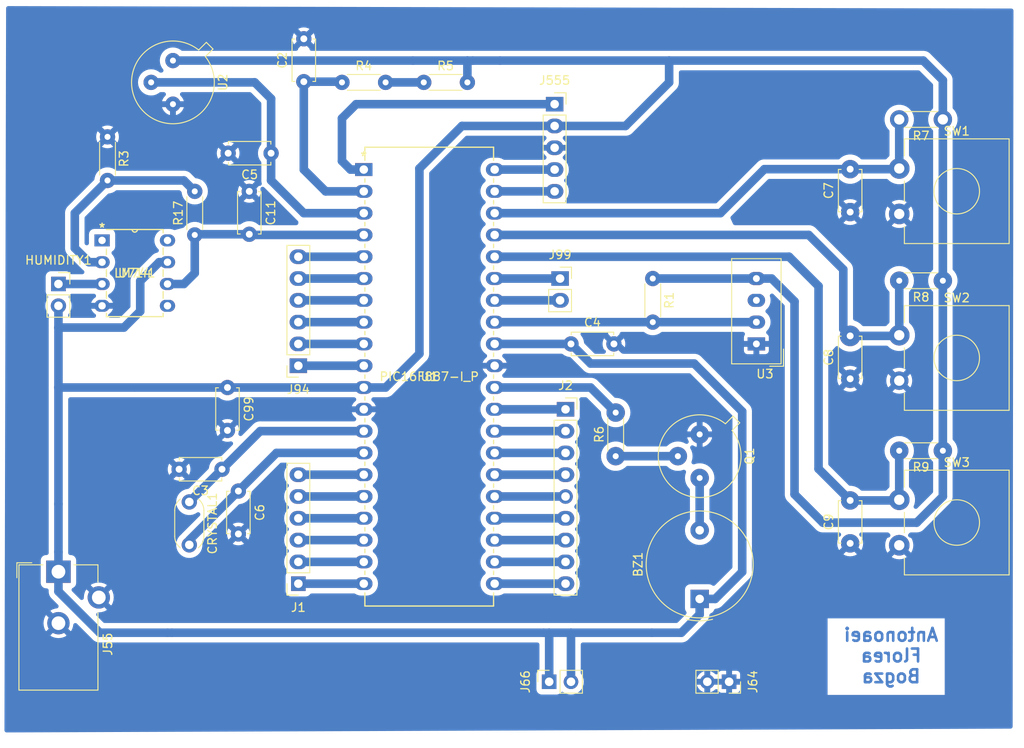
<source format=kicad_pcb>
(kicad_pcb (version 20171130) (host pcbnew "(5.1.0)-1")
  (layers (0 F.Cu signal) (31 B.Cu signal) (34 B.Paste user) (35 F.Paste user) (36 B.SilkS user) (37 F.SilkS user) (38 B.Mask user) (39 F.Mask user) (44 Edge.Cuts user))
  (net 0 "")
  (net 1 +5V)
  (net 2 "Net-(BZ1-Pad2)")
  (net 3 "Net-(C2-Pad1)")
  (net 4 GND)
  (net 5 "Net-(C3-Pad1)")
  (net 6 "Net-(C5-Pad1)")
  (net 7 "Net-(C6-Pad1)")
  (net 8 "Net-(C7-Pad2)")
  (net 9 "Net-(C8-Pad2)")
  (net 10 "Net-(C9-Pad2)")
  (net 11 "Net-(J94-Pad1)")
  (net 12 "Net-(J94-Pad2)")
  (net 13 "Net-(J94-Pad3)")
  (net 14 "Net-(J94-Pad4)")
  (net 15 "Net-(J94-Pad5)")
  (net 16 "Net-(J94-Pad6)")
  (net 17 "Net-(J99-Pad1)")
  (net 18 "Net-(J99-Pad2)")
  (net 19 "Net-(J555-Pad5)")
  (net 20 "Net-(J555-Pad4)")
  (net 21 "Net-(J555-Pad1)")
  (net 22 "Net-(Q1-Pad2)")
  (net 23 "Net-(R1-Pad2)")
  (net 24 "Net-(R4-Pad2)")
  (net 25 "Net-(R6-Pad2)")
  (net 26 "Net-(U3-Pad3)")
  (net 27 "Net-(U714-Pad1)")
  (net 28 "Net-(U714-Pad5)")
  (net 29 "Net-(U714-Pad8)")
  (net 30 "Net-(J1-Pad6)")
  (net 31 "Net-(J1-Pad5)")
  (net 32 "Net-(J1-Pad4)")
  (net 33 "Net-(J1-Pad3)")
  (net 34 "Net-(J1-Pad2)")
  (net 35 "Net-(J1-Pad1)")
  (net 36 "Net-(J2-Pad9)")
  (net 37 "Net-(J2-Pad8)")
  (net 38 "Net-(J2-Pad7)")
  (net 39 "Net-(J2-Pad6)")
  (net 40 "Net-(J2-Pad5)")
  (net 41 "Net-(J2-Pad4)")
  (net 42 "Net-(J2-Pad3)")
  (net 43 "Net-(J2-Pad2)")
  (net 44 "Net-(J2-Pad1)")
  (net 45 "Net-(C11-Pad2)")
  (net 46 "Net-(HUMIDITY1-Pad1)")
  (net 47 "Net-(R17-Pad2)")
  (module Connector_PinSocket_2.54mm:PinSocket_1x02_P2.54mm_Vertical (layer F.Cu) (at 179.705 137.795 270)
    (fp_text reference J64 (at 0 -2.77 270) (layer F.SilkS))
    (fp_text value Connector_PinSocke hide)
    (pad 2 thru_hole oval (at 0 2.54 270) (size 1.7 1.7) (drill 1) (layers *.Cu *.Mask) (net 4 GND))
    (pad 1 thru_hole rect (at 0 0 270) (size 1.7 1.7) (drill 1) (layers *.Cu *.Mask) (net 4 GND))
  )
  (module Connector_PinSocket_2.54mm:PinSocket_1x02_P2.54mm_Vertical (layer F.Cu) (at 158.75 137.795 90)
    (fp_text reference J66 (at 0 -2.77 90) (layer F.SilkS))
    (fp_text value Conn_01x02_Female)
    (pad 2 thru_hole oval (at 0 2.54 90) (size 1.7 1.7) (drill 1) (layers *.Cu *.Mask) (net 1 +5V))
    (pad 1 thru_hole rect (at 0 0 90) (size 1.7 1.7) (drill 1) (layers *.Cu *.Mask) (net 1 +5V))
  )
  (module Connector_BarrelJack:BarrelJack_CUI_PJ-102AH_Horizontal (layer F.Cu) (at 101.6 124.968)
    (fp_text reference J55 (at 5.75 8.45 90) (layer F.SilkS))
    (fp_text value Barrel_Jack_Switch)
    (pad 3 thru_hole circle (at 4.7 3) (size 2.6 2.6) (drill 1.6) (layers *.Cu *.Mask) (net 4 GND))
    (pad 2 thru_hole circle (at 0 6) (size 2.6 2.6) (drill 1.6) (layers *.Cu *.Mask) (net 4 GND))
    (pad 1 thru_hole trapezoid (at 0 0) (size 2.854 2.6) (drill 1.6) (layers *.Cu *.Mask) (net 1 +5V))
  )
  (module Button_Switch_THT:SW_CW_GPTS203211B (layer F.Cu) (at 199.517 77.978)
    (fp_text reference SW1 (at 6.7 -4.35) (layer F.SilkS))
    (fp_text value SW_Push)
    (pad 2 thru_hole circle (at 0 5.3) (size 2.4 2.4) (drill 1.2) (layers *.Cu *.Mask) (net 4 GND))
    (pad 1 thru_hole circle (at 0 0) (size 2.4 2.4) (drill 1.2) (layers *.Cu *.Mask) (net 8 "Net-(C7-Pad2)"))
  )
  (module Buzzer_Beeper:Buzzer_TDK_PS1240P02BT_D12.2mm_H6.5mm (layer F.Cu) (at 176.276 126.619 90)
    (fp_text reference BZ1 (at 2.5 -7.17 90) (layer F.SilkS))
    (fp_text value Buzzer)
    (pad 1 thru_hole rect (at -1.524 0 90) (size 2.146 2.146) (drill 1) (layers *.Cu *.Mask) (net 1 +5V))
    (pad 2 thru_hole circle (at 6.477 0 90) (size 2.146 2.146) (drill 1) (layers *.Cu *.Mask) (net 2 "Net-(BZ1-Pad2)"))
  )
  (module Resistor_THT:R_Axial_DIN0204_L3.6mm_D1.6mm_P5.08mm_Horizontal (layer F.Cu) (at 144.145 67.945)
    (fp_text reference R5 (at 2.54 -1.92) (layer F.SilkS))
    (fp_text value R_PHOTO)
    (pad 2 thru_hole oval (at 5.08 0) (size 1.778 1.778) (drill 0.7) (layers *.Cu *.Mask) (net 1 +5V))
    (pad 1 thru_hole circle (at 0 0) (size 1.778 1.778) (drill 0.7) (layers *.Cu *.Mask) (net 24 "Net-(R4-Pad2)"))
  )
  (module Connector_PinSocket_2.54mm:PinSocket_1x02_P2.54mm_Vertical (layer F.Cu) (at 101.6 91.44)
    (fp_text reference HUMIDITY1 (at 0 -2.77) (layer F.SilkS))
    (fp_text value 10k)
    (pad 2 thru_hole oval (at 0 2.54) (size 1.778 1.7) (drill 1) (layers *.Cu *.Mask) (net 1 +5V))
    (pad 1 thru_hole rect (at 0 0) (size 1.7 1.7) (drill 1) (layers *.Cu *.Mask) (net 46 "Net-(HUMIDITY1-Pad1)"))
  )
  (module Package_TO_SOT_THT:TO-39-3 (layer F.Cu) (at 114.935 65.405 270)
    (fp_text reference U2 (at 2.54 -5.82 270) (layer F.SilkS))
    (fp_text value LM35-LP)
    (pad 3 thru_hole oval (at 5.08 0 270) (size 1.778 1.778) (drill 0.7) (layers *.Cu *.Mask) (net 4 GND))
    (pad 2 thru_hole oval (at 2.54 2.54 270) (size 1.778 1.778) (drill 0.7) (layers *.Cu *.Mask) (net 6 "Net-(C5-Pad1)"))
    (pad 1 thru_hole oval (at 0 0 270) (size 1.778 1.778) (drill 0.7) (layers *.Cu *.Mask) (net 1 +5V))
  )
  (module Resistor_THT:R_Axial_DIN0204_L3.6mm_D1.6mm_P5.08mm_Horizontal (layer F.Cu) (at 134.62 67.945)
    (fp_text reference R4 (at 2.54 -1.92) (layer F.SilkS))
    (fp_text value 10k)
    (pad 2 thru_hole oval (at 5.08 0) (size 1.778 1.778) (drill 0.7) (layers *.Cu *.Mask) (net 24 "Net-(R4-Pad2)"))
    (pad 1 thru_hole circle (at 0 0) (size 1.778 1.778) (drill 0.7) (layers *.Cu *.Mask) (net 3 "Net-(C2-Pad1)"))
  )
  (module Capacitor_THT:C_Disc_D4.7mm_W2.5mm_P5.00mm (layer F.Cu) (at 161.29 98.425)
    (fp_text reference C4 (at 2.5 -2.5) (layer F.SilkS))
    (fp_text value 100nF)
    (pad 2 thru_hole circle (at 5 0) (size 1.778 1.778) (drill 0.8) (layers *.Cu *.Mask) (net 4 GND))
    (pad 1 thru_hole circle (at 0 0) (size 1.778 1.778) (drill 0.8) (layers *.Cu *.Mask) (net 1 +5V))
  )
  (module Connector_PinSocket_2.54mm:PinSocket_1x05_P2.54mm_Vertical (layer F.Cu) (at 159.385 70.485)
    (fp_text reference J555 (at 0 -2.77) (layer F.SilkS))
    (fp_text value Conn_01x05_Female)
    (pad 5 thru_hole oval (at 0 10.16) (size 2.032 1.7) (drill 1) (layers *.Cu *.Mask) (net 19 "Net-(J555-Pad5)"))
    (pad 4 thru_hole oval (at 0 7.62) (size 2.032 1.7) (drill 1) (layers *.Cu *.Mask) (net 20 "Net-(J555-Pad4)"))
    (pad 3 thru_hole oval (at 0 5.08) (size 2.032 1.7) (drill 1) (layers *.Cu *.Mask) (net 4 GND))
    (pad 2 thru_hole oval (at 0 2.54) (size 2.032 1.7) (drill 1) (layers *.Cu *.Mask) (net 1 +5V))
    (pad 1 thru_hole rect (at 0 0) (size 2.032 1.7) (drill 1) (layers *.Cu *.Mask) (net 21 "Net-(J555-Pad1)"))
  )
  (module Crystal:Resonator-2Pin_W6.0mm_H3.0mm (layer F.Cu) (at 116.84 116.84 270)
    (fp_text reference CRYSTAL1 (at 2.5 -2.7 270) (layer F.SilkS))
    (fp_text value 8MHZ)
    (pad 2 thru_hole circle (at 5 0 270) (size 1.778 1.778) (drill 1) (layers *.Cu *.Mask) (net 7 "Net-(C6-Pad1)"))
    (pad 1 thru_hole circle (at 0 0 270) (size 1.778 1.778) (drill 1) (layers *.Cu *.Mask) (net 5 "Net-(C3-Pad1)"))
  )
  (module Connector_PinSocket_2.54mm:PinSocket_1x06_P2.54mm_Vertical (layer F.Cu) (at 129.54 126.365 180)
    (fp_text reference J1 (at 0 -2.77 180) (layer F.SilkS))
    (fp_text value Conn_01x06_Female)
    (pad 6 thru_hole oval (at 0 12.7 180) (size 2.032 1.7) (drill 1) (layers *.Cu *.Mask) (net 30 "Net-(J1-Pad6)"))
    (pad 5 thru_hole oval (at 0 10.16 180) (size 2.032 1.7) (drill 1) (layers *.Cu *.Mask) (net 31 "Net-(J1-Pad5)"))
    (pad 4 thru_hole oval (at 0 7.62 180) (size 2.032 1.7) (drill 1) (layers *.Cu *.Mask) (net 32 "Net-(J1-Pad4)"))
    (pad 3 thru_hole oval (at 0 5.08 180) (size 2.032 1.7) (drill 1) (layers *.Cu *.Mask) (net 33 "Net-(J1-Pad3)"))
    (pad 2 thru_hole oval (at 0 2.54 180) (size 2.032 1.7) (drill 1) (layers *.Cu *.Mask) (net 34 "Net-(J1-Pad2)"))
    (pad 1 thru_hole rect (at 0 0 180) (size 1.7 1.7) (drill 1) (layers *.Cu *.Mask) (net 35 "Net-(J1-Pad1)"))
  )
  (module Connector_PinSocket_2.54mm:PinSocket_1x06_P2.54mm_Vertical (layer F.Cu) (at 129.54 100.965 180)
    (fp_text reference J94 (at 0 -2.77 180) (layer F.SilkS))
    (fp_text value Conn_01x06_Female)
    (pad 6 thru_hole oval (at 0 12.7 180) (size 2.032 1.7) (drill 1) (layers *.Cu *.Mask) (net 16 "Net-(J94-Pad6)"))
    (pad 5 thru_hole oval (at 0 10.16 180) (size 2.032 1.7) (drill 1) (layers *.Cu *.Mask) (net 15 "Net-(J94-Pad5)"))
    (pad 4 thru_hole oval (at 0 7.62 180) (size 2.032 1.7) (drill 1) (layers *.Cu *.Mask) (net 14 "Net-(J94-Pad4)"))
    (pad 3 thru_hole oval (at 0 5.08 180) (size 2.032 1.7) (drill 1) (layers *.Cu *.Mask B.Adhes) (net 13 "Net-(J94-Pad3)"))
    (pad 2 thru_hole oval (at 0 2.54 180) (size 2.032 1.7) (drill 1) (layers *.Cu *.Mask) (net 12 "Net-(J94-Pad2)"))
    (pad 1 thru_hole rect (at 0 0 180) (size 2.032 1.7) (drill 1) (layers *.Cu *.Mask) (net 11 "Net-(J94-Pad1)"))
  )
  (module Connector_PinSocket_2.54mm:PinSocket_1x02_P2.54mm_Vertical (layer F.Cu) (at 160.02 90.805)
    (fp_text reference J99 (at 0 -2.77) (layer F.SilkS))
    (fp_text value Conn_01x02_Female)
    (pad 2 thru_hole oval (at 0 2.54) (size 2.032 1.7) (drill 1) (layers *.Cu *.Mask) (net 18 "Net-(J99-Pad2)"))
    (pad 1 thru_hole rect (at 0 0) (size 2.032 1.7) (drill 1) (layers *.Cu *.Mask) (net 17 "Net-(J99-Pad1)"))
  )
  (module Capacitor_THT:C_Disc_D4.7mm_W2.5mm_P5.00mm (layer F.Cu) (at 121.285 103.505 270)
    (fp_text reference C99 (at 2.5 -2.5 270) (layer F.SilkS))
    (fp_text value 100nF)
    (pad 2 thru_hole circle (at 5 0 270) (size 1.778 1.778) (drill 0.8) (layers *.Cu *.Mask) (net 4 GND))
    (pad 1 thru_hole circle (at 0 0 270) (size 1.778 1.778) (drill 0.8) (layers *.Cu *.Mask) (net 1 +5V))
  )
  (module Connector_PinSocket_2.54mm:PinSocket_1x09_P2.54mm_Vertical (layer F.Cu) (at 160.655 106.045)
    (fp_text reference J2 (at 0 -2.77) (layer F.SilkS))
    (fp_text value Conn_01x09_Female)
    (pad 9 thru_hole oval (at 0 20.32) (size 2.032 1.7) (drill 1) (layers *.Cu *.Mask) (net 36 "Net-(J2-Pad9)"))
    (pad 8 thru_hole oval (at 0 17.78) (size 2.032 1.7) (drill 1) (layers *.Cu *.Mask) (net 37 "Net-(J2-Pad8)"))
    (pad 7 thru_hole oval (at 0 15.24) (size 2.032 1.7) (drill 1) (layers *.Cu *.Mask) (net 38 "Net-(J2-Pad7)"))
    (pad 6 thru_hole oval (at 0 12.7) (size 2.032 1.7) (drill 1) (layers *.Cu *.Mask) (net 39 "Net-(J2-Pad6)"))
    (pad 5 thru_hole oval (at 0 10.16) (size 1.7 1.7) (drill 1) (layers *.Cu *.Mask) (net 40 "Net-(J2-Pad5)"))
    (pad 4 thru_hole oval (at 0 7.62) (size 2.032 1.7) (drill 1) (layers *.Cu *.Mask) (net 41 "Net-(J2-Pad4)"))
    (pad 3 thru_hole oval (at 0 5.08) (size 2.032 1.7) (drill 1) (layers *.Cu *.Mask) (net 42 "Net-(J2-Pad3)"))
    (pad 2 thru_hole oval (at 0 2.54) (size 2.032 1.7) (drill 1) (layers *.Cu *.Mask) (net 43 "Net-(J2-Pad2)"))
    (pad 1 thru_hole rect (at 0 0) (size 2.032 1.7) (drill 1) (layers *.Cu *.Mask) (net 44 "Net-(J2-Pad1)"))
  )
  (module Sensor:Aosong_DHT11_5.5x12.0_P2.54mm (layer F.Cu) (at 182.88 98.425 180)
    (fp_text reference U3 (at -1 -3.5 180) (layer F.SilkS))
    (fp_text value DHT11)
    (pad 1 thru_hole rect (at 0 0 180) (size 2.032 1.524) (drill 0.8) (layers *.Cu *.Mask) (net 4 GND))
    (pad 2 thru_hole oval (at 0 2.54 180) (size 2.032 1.524) (drill 0.8) (layers *.Cu *.Mask) (net 23 "Net-(R1-Pad2)"))
    (pad 3 thru_hole oval (at 0 5.08 180) (size 2.032 1.524) (drill 0.8) (layers *.Cu *.Mask) (net 26 "Net-(U3-Pad3)"))
    (pad 4 thru_hole oval (at 0 7.62 180) (size 2.032 1.524) (drill 0.8) (layers *.Cu *.Mask) (net 1 +5V))
  )
  (module Capacitor_THT:C_Disc_D4.7mm_W2.5mm_P5.00mm (layer F.Cu) (at 123.825 80.645 270)
    (fp_text reference C11 (at 2.5 -2.5 270) (layer F.SilkS))
    (fp_text value 1uF)
    (pad 2 thru_hole circle (at 5 0 270) (size 1.778 1.778) (drill 0.8) (layers *.Cu *.Mask) (net 45 "Net-(C11-Pad2)"))
    (pad 1 thru_hole circle (at 0 0 270) (size 1.778 1.778) (drill 0.8) (layers *.Cu *.Mask) (net 4 GND))
  )
  (module Capacitor_THT:C_Disc_D4.7mm_W2.5mm_P5.00mm (layer F.Cu) (at 193.802 121.666 90)
    (fp_text reference C9 (at 2.5 -2.5 90) (layer F.SilkS))
    (fp_text value 22pF)
    (pad 2 thru_hole circle (at 5 0 90) (size 2.146 2.146) (drill 0.8) (layers *.Cu *.Mask) (net 10 "Net-(C9-Pad2)"))
    (pad 1 thru_hole circle (at 0 0 90) (size 2.146 2.146) (drill 0.8) (layers *.Cu *.Mask) (net 4 GND))
  )
  (module Capacitor_THT:C_Disc_D4.7mm_W2.5mm_P5.00mm (layer F.Cu) (at 193.802 102.489 90)
    (fp_text reference C8 (at 2.5 -2.5 90) (layer F.SilkS))
    (fp_text value 22pF)
    (pad 2 thru_hole circle (at 5 0 90) (size 2.4 2.4) (drill 0.8) (layers *.Cu *.Mask) (net 9 "Net-(C8-Pad2)"))
    (pad 1 thru_hole circle (at 0 0 90) (size 2.146 2.146) (drill 0.8) (layers *.Cu *.Mask) (net 4 GND))
  )
  (module Capacitor_THT:C_Disc_D4.7mm_W2.5mm_P5.00mm (layer F.Cu) (at 122.555 115.57 270)
    (fp_text reference C6 (at 2.5 -2.5 270) (layer F.SilkS))
    (fp_text value 22pF)
    (pad 2 thru_hole circle (at 5 0 270) (size 1.778 1.778) (drill 0.8) (layers *.Cu *.Mask) (net 4 GND))
    (pad 1 thru_hole circle (at 0 0 270) (size 1.778 1.778) (drill 0.8) (layers *.Cu *.Mask) (net 7 "Net-(C6-Pad1)"))
  )
  (module Capacitor_THT:C_Disc_D4.7mm_W2.5mm_P5.00mm (layer F.Cu) (at 126.365 76.2 180)
    (fp_text reference C5 (at 2.5 -2.5 180) (layer F.SilkS))
    (fp_text value 22pF)
    (pad 2 thru_hole circle (at 5 0 180) (size 1.778 1.778) (drill 0.8) (layers *.Cu *.Mask) (net 4 GND))
    (pad 1 thru_hole circle (at 0 0 180) (size 1.778 1.778) (drill 0.8) (layers *.Cu *.Mask) (net 6 "Net-(C5-Pad1)"))
  )
  (module Capacitor_THT:C_Disc_D4.7mm_W2.5mm_P5.00mm (layer F.Cu) (at 120.65 113.03 180)
    (fp_text reference C3 (at 2.5 -2.5 180) (layer F.SilkS))
    (fp_text value 22pF)
    (pad 2 thru_hole circle (at 5 0 180) (size 1.778 1.778) (drill 0.8) (layers *.Cu *.Mask) (net 4 GND))
    (pad 1 thru_hole circle (at 0 0 180) (size 1.778 1.778) (drill 0.8) (layers *.Cu *.Mask) (net 5 "Net-(C3-Pad1)"))
  )
  (module Capacitor_THT:C_Disc_D4.7mm_W2.5mm_P5.00mm (layer F.Cu) (at 130.175 67.865 90)
    (fp_text reference C2 (at 2.5 -2.5 90) (layer F.SilkS))
    (fp_text value 22pF)
    (pad 2 thru_hole circle (at 5 0 90) (size 1.778 1.778) (drill 0.8) (layers *.Cu *.Mask) (net 4 GND))
    (pad 1 thru_hole circle (at 0 0 90) (size 1.778 1.778) (drill 0.8) (layers *.Cu *.Mask) (net 3 "Net-(C2-Pad1)"))
  )
  (module Button_Switch_THT:SW_CW_GPTS203211B (layer F.Cu) (at 199.517 116.586)
    (fp_text reference SW3 (at 6.7 -4.35) (layer F.SilkS))
    (fp_text value SW_Push)
    (pad 2 thru_hole circle (at 0 5.3) (size 2.4 2.4) (drill 1.2) (layers *.Cu *.Mask) (net 4 GND))
    (pad 1 thru_hole circle (at 0 0) (size 2.4 2.4) (drill 1.2) (layers *.Cu *.Mask) (net 10 "Net-(C9-Pad2)"))
  )
  (module Button_Switch_THT:SW_CW_GPTS203211B (layer F.Cu) (at 199.517 97.409)
    (fp_text reference SW2 (at 6.7 -4.35) (layer F.SilkS))
    (fp_text value SW_Push)
    (pad 2 thru_hole circle (at 0 5.3) (size 2.146 2.146) (drill 1.2) (layers *.Cu *.Mask) (net 4 GND))
    (pad 1 thru_hole circle (at 0 0) (size 2.4 2.4) (drill 1.2) (layers *.Cu *.Mask) (net 9 "Net-(C8-Pad2)"))
  )
  (module Resistor_THT:R_Axial_DIN0204_L3.6mm_D1.6mm_P5.08mm_Horizontal (layer F.Cu) (at 117.475 85.725 90)
    (fp_text reference R17 (at 2.54 -1.92 90) (layer F.SilkS))
    (fp_text value 10k)
    (pad 2 thru_hole oval (at 5.08 0 90) (size 1.778 1.778) (drill 0.7) (layers *.Cu *.Mask) (net 47 "Net-(R17-Pad2)"))
    (pad 1 thru_hole circle (at 0 0 90) (size 1.778 1.778) (drill 0.7) (layers *.Cu *.Mask) (net 45 "Net-(C11-Pad2)"))
  )
  (module Resistor_THT:R_Axial_DIN0204_L3.6mm_D1.6mm_P5.08mm_Horizontal (layer F.Cu) (at 204.597 110.871 180)
    (fp_text reference R9 (at 2.54 -1.92 180) (layer F.SilkS))
    (fp_text value 10k)
    (pad 2 thru_hole oval (at 5.08 0 180) (size 2.146 2.146) (drill 0.7) (layers *.Cu *.Mask) (net 10 "Net-(C9-Pad2)"))
    (pad 1 thru_hole circle (at 0 0 180) (size 2.146 2.146) (drill 0.7) (layers *.Cu *.Mask) (net 1 +5V))
  )
  (module Resistor_THT:R_Axial_DIN0204_L3.6mm_D1.6mm_P5.08mm_Horizontal (layer F.Cu) (at 204.597 91.059 180)
    (fp_text reference R8 (at 2.54 -1.92 180) (layer F.SilkS))
    (fp_text value 10k)
    (pad 2 thru_hole oval (at 5.08 0 180) (size 2.146 2.146) (drill 0.7) (layers *.Cu *.Mask) (net 9 "Net-(C8-Pad2)"))
    (pad 1 thru_hole circle (at 0 0 180) (size 2.146 2.146) (drill 0.7) (layers *.Cu *.Mask) (net 1 +5V))
  )
  (module Resistor_THT:R_Axial_DIN0204_L3.6mm_D1.6mm_P5.08mm_Horizontal (layer F.Cu) (at 204.597 72.263 180)
    (fp_text reference R7 (at 2.54 -1.92 180) (layer F.SilkS))
    (fp_text value 10k)
    (pad 2 thru_hole circle (at 5.08 0 180) (size 2.146 2.146) (drill 1.2) (layers *.Cu *.Mask) (net 8 "Net-(C7-Pad2)"))
    (pad 1 thru_hole circle (at 0 0 180) (size 2.146 2.146) (drill 1.2) (layers *.Cu *.Mask) (net 1 +5V))
  )
  (module Resistor_THT:R_Axial_DIN0204_L3.6mm_D1.6mm_P5.08mm_Horizontal (layer F.Cu) (at 166.497 111.506 90)
    (fp_text reference R6 (at 2.54 -1.92 90) (layer F.SilkS))
    (fp_text value 10k)
    (pad 2 thru_hole oval (at 5.08 0 90) (size 2.146 2.146) (drill 0.7) (layers *.Cu *.Mask) (net 25 "Net-(R6-Pad2)"))
    (pad 1 thru_hole circle (at 0 0 90) (size 2.146 2.146) (drill 0.7) (layers *.Cu *.Mask) (net 22 "Net-(Q1-Pad2)"))
  )
  (module Resistor_THT:R_Axial_DIN0204_L3.6mm_D1.6mm_P5.08mm_Horizontal (layer F.Cu) (at 107.315 74.295 270)
    (fp_text reference R3 (at 2.54 -1.92 270) (layer F.SilkS))
    (fp_text value 10K)
    (pad 2 thru_hole oval (at 5.08 0 270) (size 1.778 1.778) (drill 0.7) (layers *.Cu *.Mask) (net 47 "Net-(R17-Pad2)"))
    (pad 1 thru_hole circle (at 0 0 270) (size 1.778 1.778) (drill 0.7) (layers *.Cu *.Mask) (net 4 GND))
  )
  (module Resistor_THT:R_Axial_DIN0204_L3.6mm_D1.6mm_P5.08mm_Horizontal (layer F.Cu) (at 170.815 90.805 270)
    (fp_text reference R1 (at 2.54 -1.92 270) (layer F.SilkS))
    (fp_text value 10k)
    (pad 2 thru_hole oval (at 5.08 0 270) (size 1.778 1.778) (drill 0.7) (layers *.Cu *.Mask) (net 23 "Net-(R1-Pad2)"))
    (pad 1 thru_hole circle (at 0 0 270) (size 1.778 1.778) (drill 0.7) (layers *.Cu *.Mask) (net 1 +5V))
  )
  (module Capacitor_THT:C_Disc_D4.7mm_W2.5mm_P5.00mm (layer F.Cu) (at 193.802 83.058 90)
    (fp_text reference C7 (at 2.5 -2.5 90) (layer F.SilkS))
    (fp_text value 22pF)
    (pad 2 thru_hole circle (at 5 0 90) (size 2.146 2.146) (drill 0.8) (layers *.Cu *.Mask) (net 8 "Net-(C7-Pad2)"))
    (pad 1 thru_hole circle (at 0 0 90) (size 2.146 2.146) (drill 0.8) (layers *.Cu *.Mask) (net 4 GND))
  )
  (module Package_TO_SOT_THT:TO-39-3 (layer F.Cu) (at 176.276 108.966 270)
    (fp_text reference Q1 (at 2.54 -5.82 270) (layer F.SilkS))
    (fp_text value 2N2219)
    (pad 1 thru_hole oval (at 0 0 270) (size 2.146 2.146) (drill 0.7) (layers *.Cu *.Mask) (net 4 GND))
    (pad 2 thru_hole oval (at 2.54 2.54 270) (size 2.146 2.146) (drill 0.7) (layers *.Cu *.Mask) (net 22 "Net-(Q1-Pad2)"))
    (pad 3 thru_hole oval (at 5.08 0 270) (size 2.146 2.146) (drill 0.7) (layers *.Cu *.Mask) (net 2 "Net-(BZ1-Pad2)"))
  )
  (module UA741footprints:UA741CP (layer F.Cu) (at 114.3 93.98)
    (fp_text reference U714 (at -3.81 -3.81) (layer F.SilkS))
    (fp_text value LM741 (at -3.81 -3.81) (layer F.SilkS))
    (fp_text user * (at -7.62 -9.0678) (layer F.SilkS))
    (fp_text user * (at -7.62 -9.0678) (layer F.SilkS))
    (pad 1 thru_hole rect (at -7.62 -7.62) (size 1.778 1.397) (drill 0.8636) (layers *.Cu *.Mask) (net 27 "Net-(U714-Pad1)"))
    (pad 2 thru_hole oval (at -7.62 -5.08) (size 1.778 1.397) (drill 0.8636) (layers *.Cu *.Mask) (net 47 "Net-(R17-Pad2)"))
    (pad 3 thru_hole oval (at -7.62 -2.54) (size 1.778 1.397) (drill 0.8636) (layers *.Cu *.Mask) (net 46 "Net-(HUMIDITY1-Pad1)"))
    (pad 4 thru_hole oval (at -7.62 0) (size 1.778 1.397) (drill 0.8636) (layers *.Cu *.Mask) (net 4 GND))
    (pad 5 thru_hole oval (at 0 0) (size 1.778 1.397) (drill 0.8636) (layers *.Cu *.Mask) (net 28 "Net-(U714-Pad5)"))
    (pad 6 thru_hole oval (at 0 -2.54) (size 1.778 1.397) (drill 0.8636) (layers *.Cu *.Mask) (net 45 "Net-(C11-Pad2)"))
    (pad 7 thru_hole oval (at 0 -5.08) (size 1.778 1.397) (drill 0.8636) (layers *.Cu *.Mask) (net 1 +5V))
    (pad 8 thru_hole oval (at 0 -7.62) (size 1.778 1.397) (drill 0.8636) (layers *.Cu *.Mask) (net 29 "Net-(U714-Pad8)"))
  )
  (module footprints:PIC16F887-I&slash_P (layer F.Cu) (at 137.16 78.105)
    (fp_text reference U1 (at 7.62 24.13) (layer F.SilkS))
    (fp_text value PIC16F887-I_P (at 7.62 24.13) (layer F.SilkS))
    (fp_text user * (at 0 -1.5113) (layer F.SilkS))
    (fp_text user * (at 0 -1.5113) (layer F.SilkS))
    (pad 1 thru_hole rect (at 0 0) (size 2.032 1.4986) (drill 0.9906) (layers *.Cu *.Mask) (net 21 "Net-(J555-Pad1)"))
    (pad 2 thru_hole oval (at 0 2.54) (size 2.032 1.4986) (drill 0.9906) (layers *.Cu *.Mask) (net 3 "Net-(C2-Pad1)"))
    (pad 3 thru_hole oval (at 0 5.08) (size 2.032 1.4986) (drill 0.9906) (layers *.Cu *.Mask) (net 6 "Net-(C5-Pad1)"))
    (pad 4 thru_hole oval (at 0 7.62) (size 2.032 1.4986) (drill 0.9906) (layers *.Cu *.Mask) (net 45 "Net-(C11-Pad2)"))
    (pad 5 thru_hole oval (at 0 10.16) (size 2.032 1.4986) (drill 0.9906) (layers *.Cu *.Mask) (net 16 "Net-(J94-Pad6)"))
    (pad 6 thru_hole oval (at 0 12.7) (size 2.032 1.4986) (drill 0.9906) (layers *.Cu *.Mask) (net 15 "Net-(J94-Pad5)"))
    (pad 7 thru_hole oval (at 0 15.24) (size 2.032 1.4986) (drill 0.9906) (layers *.Cu *.Mask) (net 14 "Net-(J94-Pad4)"))
    (pad 8 thru_hole oval (at 0 17.78) (size 2.032 1.4986) (drill 0.9906) (layers *.Cu *.Mask) (net 13 "Net-(J94-Pad3)"))
    (pad 9 thru_hole oval (at 0 20.32) (size 2.032 1.4986) (drill 0.9906) (layers *.Cu *.Mask) (net 12 "Net-(J94-Pad2)"))
    (pad 10 thru_hole oval (at 0 22.86) (size 2.032 1.4986) (drill 0.9906) (layers *.Cu *.Mask) (net 11 "Net-(J94-Pad1)"))
    (pad 11 thru_hole oval (at 0 25.4) (size 2.032 1.4986) (drill 0.9906) (layers *.Cu *.Mask) (net 1 +5V))
    (pad 12 thru_hole oval (at 0 27.94) (size 2.032 1.4986) (drill 0.9906) (layers *.Cu *.Mask) (net 4 GND))
    (pad 13 thru_hole oval (at 0 30.48) (size 2.032 1.4986) (drill 0.9906) (layers *.Cu *.Mask) (net 5 "Net-(C3-Pad1)"))
    (pad 14 thru_hole oval (at 0 33.02) (size 2.032 1.4986) (drill 0.9906) (layers *.Cu *.Mask) (net 7 "Net-(C6-Pad1)"))
    (pad 15 thru_hole oval (at 0 35.56) (size 2.032 1.4986) (drill 0.9906) (layers *.Cu *.Mask) (net 30 "Net-(J1-Pad6)"))
    (pad 16 thru_hole oval (at 0 38.1) (size 2.032 1.4986) (drill 0.9906) (layers *.Cu *.Mask) (net 31 "Net-(J1-Pad5)"))
    (pad 17 thru_hole oval (at 0 40.64) (size 2.032 1.4986) (drill 0.9906) (layers *.Cu *.Mask) (net 32 "Net-(J1-Pad4)"))
    (pad 18 thru_hole oval (at 0 43.18) (size 2.032 1.4986) (drill 0.9906) (layers *.Cu *.Mask) (net 33 "Net-(J1-Pad3)"))
    (pad 19 thru_hole oval (at 0 45.72) (size 2.032 1.4986) (drill 0.9906) (layers *.Cu *.Mask) (net 34 "Net-(J1-Pad2)"))
    (pad 20 thru_hole oval (at 0 48.26) (size 2.032 1.4986) (drill 0.9906) (layers *.Cu *.Mask) (net 35 "Net-(J1-Pad1)"))
    (pad 21 thru_hole oval (at 15.24 48.26) (size 2.032 1.4986) (drill 0.9906) (layers *.Cu *.Mask) (net 36 "Net-(J2-Pad9)"))
    (pad 22 thru_hole oval (at 15.24 45.72) (size 2.032 1.4986) (drill 0.9906) (layers *.Cu *.Mask) (net 37 "Net-(J2-Pad8)"))
    (pad 23 thru_hole oval (at 15.24 43.18) (size 2.032 1.4986) (drill 0.9906) (layers *.Cu *.Mask) (net 38 "Net-(J2-Pad7)"))
    (pad 24 thru_hole oval (at 15.24 40.64) (size 2.032 1.4986) (drill 0.9906) (layers *.Cu *.Mask) (net 39 "Net-(J2-Pad6)"))
    (pad 25 thru_hole oval (at 15.24 38.1) (size 2.032 1.4986) (drill 0.9906) (layers *.Cu *.Mask) (net 40 "Net-(J2-Pad5)"))
    (pad 26 thru_hole oval (at 15.24 35.56) (size 2.032 1.4986) (drill 0.9906) (layers *.Cu *.Mask) (net 41 "Net-(J2-Pad4)"))
    (pad 27 thru_hole oval (at 15.24 33.02) (size 2.032 1.4986) (drill 0.9906) (layers *.Cu *.Mask) (net 42 "Net-(J2-Pad3)"))
    (pad 28 thru_hole oval (at 15.24 30.48) (size 2.032 1.4986) (drill 0.9906) (layers *.Cu *.Mask) (net 43 "Net-(J2-Pad2)"))
    (pad 29 thru_hole oval (at 15.24 27.94) (size 2.032 1.4986) (drill 0.9906) (layers *.Cu *.Mask) (net 44 "Net-(J2-Pad1)"))
    (pad 30 thru_hole oval (at 15.24 25.4) (size 2.032 1.4986) (drill 0.9906) (layers *.Cu *.Mask) (net 25 "Net-(R6-Pad2)"))
    (pad 31 thru_hole oval (at 15.24 22.86) (size 2.032 1.4986) (drill 0.9906) (layers *.Cu *.Mask) (net 4 GND))
    (pad 32 thru_hole oval (at 15.24 20.32) (size 2.032 1.4986) (drill 0.9906) (layers *.Cu *.Mask) (net 1 +5V))
    (pad 33 thru_hole oval (at 15.24 17.78) (size 2.032 1.4986) (drill 0.9906) (layers *.Cu *.Mask) (net 23 "Net-(R1-Pad2)"))
    (pad 34 thru_hole oval (at 15.24 15.24) (size 2.032 1.4986) (drill 0.9906) (layers *.Cu *.Mask) (net 18 "Net-(J99-Pad2)"))
    (pad 35 thru_hole oval (at 15.24 12.7) (size 2.032 1.4986) (drill 0.9906) (layers *.Cu *.Mask) (net 17 "Net-(J99-Pad1)"))
    (pad 36 thru_hole oval (at 15.24 10.16) (size 2.032 1.4986) (drill 0.9906) (layers *.Cu *.Mask) (net 10 "Net-(C9-Pad2)"))
    (pad 37 thru_hole oval (at 15.24 7.62) (size 2.032 1.4986) (drill 0.9906) (layers *.Cu *.Mask) (net 9 "Net-(C8-Pad2)"))
    (pad 38 thru_hole oval (at 15.24 5.08) (size 2.032 1.4986) (drill 0.9906) (layers *.Cu *.Mask) (net 8 "Net-(C7-Pad2)"))
    (pad 39 thru_hole oval (at 15.24 2.54) (size 2.032 1.4986) (drill 0.9906) (layers *.Cu *.Mask) (net 19 "Net-(J555-Pad5)"))
    (pad 40 thru_hole oval (at 15.24 0) (size 2.032 1.4986) (drill 0.9906) (layers *.Cu *.Mask) (net 20 "Net-(J555-Pad4)"))
  )
  (gr_text "Antonoaei \nFlorea \nBogza " (at 197.993 134.747) (layer B.Cu) (effects (font (size 1.5 1.5) (thickness 0.3)) (justify mirror)))
  (segment (start 170.815 90.805) (end 182.88 90.805) (width 1) (layer B.Cu) (net 1))
  (segment (start 137.16 103.505) (end 110.49 103.505) (width 1) (layer B.Cu) (net 1))
  (segment (start 111.125 91.105133) (end 111.125 94.615) (width 1) (layer B.Cu) (net 1))
  (segment (start 111.125 94.615) (end 109.22 96.52) (width 1) (layer B.Cu) (net 1))
  (segment (start 110.49 103.505) (end 101.6 103.505) (width 1) (layer B.Cu) (net 1))
  (segment (start 158.115 132.08) (end 158.75 132.08) (width 1) (layer B.Cu) (net 1))
  (segment (start 158.75 132.08) (end 161.29 132.08) (width 1) (layer B.Cu) (net 1))
  (segment (start 153.035 65.405) (end 172.72 65.405) (width 1) (layer B.Cu) (net 1))
  (segment (start 172.72 65.405) (end 172.085 65.405) (width 0.8) (layer B.Cu) (net 1))
  (segment (start 152.4 98.425) (end 161.29 98.425) (width 1) (layer B.Cu) (net 1))
  (segment (start 149.86 65.405) (end 153.035 65.405) (width 1) (layer B.Cu) (net 1))
  (segment (start 172.72 67.945) (end 172.72 65.405) (width 1) (layer B.Cu) (net 1))
  (segment (start 159.385 73.025) (end 167.64 73.025) (width 1) (layer B.Cu) (net 1))
  (segment (start 142.875 65.405) (end 114.935 65.405) (width 1) (layer B.Cu) (net 1))
  (segment (start 149.225 67.945) (end 149.225 65.405) (width 1) (layer B.Cu) (net 1))
  (segment (start 142.875 65.405) (end 149.225 65.405) (width 1) (layer B.Cu) (net 1))
  (segment (start 149.225 65.405) (end 149.86 65.405) (width 1) (layer B.Cu) (net 1))
  (segment (start 109.22 96.52) (end 101.6 96.52) (width 1) (layer B.Cu) (net 1))
  (segment (start 101.6 96.52) (end 101.6 93.98) (width 1) (layer B.Cu) (net 1))
  (segment (start 202.311 65.405) (end 172.72 65.405) (width 1) (layer B.Cu) (net 1))
  (segment (start 204.597 72.263) (end 204.597 67.691) (width 1) (layer B.Cu) (net 1))
  (segment (start 204.597 67.691) (end 202.311 65.405) (width 1) (layer B.Cu) (net 1))
  (segment (start 204.597 73.520235) (end 204.597 91.059) (width 1) (layer B.Cu) (net 1))
  (segment (start 204.597 72.263) (end 204.597 73.520235) (width 0.8) (layer B.Cu) (net 1))
  (segment (start 204.597 110.871) (end 204.597 91.059) (width 1) (layer B.Cu) (net 1))
  (segment (start 174.139 132.08) (end 170.71 132.08) (width 1) (layer B.Cu) (net 1))
  (segment (start 170.71 132.08) (end 161.29 132.08) (width 1) (layer B.Cu) (net 1))
  (segment (start 176.276 128.143) (end 176.276 129.943) (width 1) (layer B.Cu) (net 1))
  (segment (start 176.276 129.943) (end 174.139 132.08) (width 1) (layer B.Cu) (net 1))
  (segment (start 184.658 90.805) (end 182.88 90.805) (width 1) (layer B.Cu) (net 1))
  (segment (start 204.597 116.205) (end 201.549 119.253) (width 1) (layer B.Cu) (net 1))
  (segment (start 204.597 110.871) (end 204.597 116.205) (width 1) (layer B.Cu) (net 1))
  (segment (start 201.549 119.253) (end 190.627 119.253) (width 1) (layer B.Cu) (net 1))
  (segment (start 190.627 119.253) (end 187.325 115.951) (width 1) (layer B.Cu) (net 1))
  (segment (start 187.325 115.951) (end 187.325 93.472) (width 1) (layer B.Cu) (net 1))
  (segment (start 187.325 93.472) (end 184.658 90.805) (width 1) (layer B.Cu) (net 1))
  (segment (start 101.6 96.52) (end 101.6 103.505) (width 1) (layer B.Cu) (net 1))
  (segment (start 101.6 117.08) (end 101.6 103.505) (width 1) (layer B.Cu) (net 1))
  (segment (start 114.3 132.08) (end 114.808 132.08) (width 1) (layer B.Cu) (net 1))
  (segment (start 167.64 73.025) (end 172.72 67.945) (width 1) (layer B.Cu) (net 1))
  (segment (start 113.330133 88.9) (end 111.125 91.105133) (width 1) (layer B.Cu) (net 1))
  (segment (start 114.3 88.9) (end 113.330133 88.9) (width 1) (layer B.Cu) (net 1))
  (segment (start 101.6 122.668) (end 101.6 117.08) (width 1) (layer B.Cu) (net 1))
  (segment (start 101.6 124.968) (end 101.6 122.668) (width 1) (layer B.Cu) (net 1))
  (segment (start 106.412 132.08) (end 114.3 132.08) (width 1) (layer B.Cu) (net 1))
  (segment (start 101.6 127.268) (end 106.412 132.08) (width 1) (layer B.Cu) (net 1))
  (segment (start 101.6 124.968) (end 101.6 127.268) (width 1) (layer B.Cu) (net 1))
  (segment (start 178.076 128.143) (end 176.276 128.143) (width 1) (layer B.Cu) (net 1))
  (segment (start 181.229 124.99) (end 178.076 128.143) (width 1) (layer B.Cu) (net 1))
  (segment (start 181.229 106.299) (end 181.229 124.99) (width 1) (layer B.Cu) (net 1))
  (segment (start 175.641 100.711) (end 181.229 106.299) (width 1) (layer B.Cu) (net 1))
  (segment (start 161.29 98.425) (end 163.576 100.711) (width 1) (layer B.Cu) (net 1))
  (segment (start 163.576 100.711) (end 175.641 100.711) (width 1) (layer B.Cu) (net 1))
  (segment (start 148.59 73.025) (end 159.385 73.025) (width 1) (layer B.Cu) (net 1))
  (segment (start 143.637 77.978) (end 148.59 73.025) (width 1) (layer B.Cu) (net 1))
  (segment (start 143.637 99.568) (end 143.637 77.978) (width 1) (layer B.Cu) (net 1))
  (segment (start 137.16 103.505) (end 139.7 103.505) (width 1) (layer B.Cu) (net 1))
  (segment (start 139.7 103.505) (end 143.637 99.568) (width 1) (layer B.Cu) (net 1))
  (segment (start 114.808 132.08) (end 158.115 132.08) (width 1) (layer B.Cu) (net 1))
  (segment (start 161.29 137.795) (end 161.29 132.08) (width 1) (layer B.Cu) (net 1))
  (segment (start 158.75 137.795) (end 158.75 132.08) (width 1) (layer B.Cu) (net 1))
  (segment (start 176.276 114.046) (end 176.276 120.142) (width 1) (layer B.Cu) (net 2))
  (segment (start 130.175 68.58) (end 130.175 78.105) (width 1) (layer B.Cu) (net 3))
  (segment (start 132.715 80.645) (end 137.16 80.645) (width 1) (layer B.Cu) (net 3))
  (segment (start 130.175 78.105) (end 132.715 80.645) (width 1) (layer B.Cu) (net 3))
  (segment (start 134.54 67.865) (end 134.62 67.945) (width 0.8) (layer B.Cu) (net 3))
  (segment (start 130.175 67.865) (end 134.54 67.865) (width 1) (layer B.Cu) (net 3))
  (segment (start 166.29 98.425) (end 167.005 98.425) (width 0.25) (layer B.Cu) (net 4))
  (segment (start 166.878 98.679) (end 167.386 99.187) (width 0.762) (layer B.Cu) (net 4))
  (segment (start 116.84 116.84) (end 120.65 113.03) (width 1) (layer B.Cu) (net 5))
  (segment (start 125.095 108.585) (end 137.16 108.585) (width 1) (layer B.Cu) (net 5))
  (segment (start 120.65 113.03) (end 125.095 108.585) (width 1) (layer B.Cu) (net 5))
  (segment (start 137.16 83.185) (end 130.175 83.185) (width 1) (layer B.Cu) (net 6))
  (segment (start 130.175 83.185) (end 126.365 79.375) (width 1) (layer B.Cu) (net 6))
  (segment (start 126.365 79.375) (end 126.365 76.2) (width 1) (layer B.Cu) (net 6))
  (segment (start 124.46 67.945) (end 112.395 67.945) (width 1) (layer B.Cu) (net 6))
  (segment (start 126.365 76.2) (end 126.365 69.85) (width 1) (layer B.Cu) (net 6))
  (segment (start 126.365 69.85) (end 124.46 67.945) (width 1) (layer B.Cu) (net 6))
  (segment (start 116.84 121.285) (end 116.84 121.84) (width 0.8) (layer B.Cu) (net 7))
  (segment (start 122.555 115.57) (end 116.84 121.285) (width 1) (layer B.Cu) (net 7))
  (segment (start 127 111.125) (end 137.16 111.125) (width 1) (layer B.Cu) (net 7))
  (segment (start 122.555 115.57) (end 127 111.125) (width 1) (layer B.Cu) (net 7))
  (segment (start 199.437 78.058) (end 199.517 77.978) (width 0.8) (layer B.Cu) (net 8))
  (segment (start 193.802 78.058) (end 199.437 78.058) (width 1) (layer B.Cu) (net 8))
  (segment (start 199.517 72.263) (end 199.517 77.978) (width 1) (layer B.Cu) (net 8))
  (segment (start 152.4 83.185) (end 178.689 83.185) (width 1) (layer B.Cu) (net 8))
  (segment (start 183.816 78.058) (end 193.802 78.058) (width 1) (layer B.Cu) (net 8))
  (segment (start 178.689 83.185) (end 183.816 78.058) (width 1) (layer B.Cu) (net 8))
  (segment (start 199.517 91.059) (end 199.517 97.409) (width 1) (layer B.Cu) (net 9))
  (segment (start 199.437 97.489) (end 199.517 97.409) (width 0.8) (layer B.Cu) (net 9))
  (segment (start 193.802 97.489) (end 199.437 97.489) (width 1) (layer B.Cu) (net 9))
  (segment (start 188.976 85.725) (end 152.4 85.725) (width 1) (layer B.Cu) (net 9))
  (segment (start 193.002001 89.751001) (end 188.976 85.725) (width 1) (layer B.Cu) (net 9))
  (segment (start 193.002001 96.689001) (end 193.002001 89.751001) (width 1) (layer B.Cu) (net 9))
  (segment (start 193.802 97.489) (end 193.002001 96.689001) (width 1) (layer B.Cu) (net 9))
  (segment (start 199.517 110.871) (end 199.517 116.586) (width 1) (layer B.Cu) (net 10))
  (segment (start 199.437 116.666) (end 199.517 116.586) (width 0.8) (layer B.Cu) (net 10))
  (segment (start 193.802 116.666) (end 199.437 116.666) (width 1) (layer B.Cu) (net 10))
  (segment (start 190.119 112.983) (end 193.802 116.666) (width 1) (layer B.Cu) (net 10))
  (segment (start 190.119 91.694) (end 190.119 112.983) (width 1) (layer B.Cu) (net 10))
  (segment (start 152.4 88.265) (end 186.69 88.265) (width 1) (layer B.Cu) (net 10))
  (segment (start 186.69 88.265) (end 190.119 91.694) (width 1) (layer B.Cu) (net 10))
  (segment (start 129.54 100.965) (end 137.16 100.965) (width 1) (layer B.Cu) (net 11))
  (segment (start 129.54 98.425) (end 137.16 98.425) (width 1) (layer B.Cu) (net 12))
  (segment (start 129.54 95.885) (end 137.16 95.885) (width 1) (layer B.Cu) (net 13))
  (segment (start 129.54 93.345) (end 137.16 93.345) (width 1) (layer B.Cu) (net 14))
  (segment (start 129.54 90.805) (end 137.16 90.805) (width 1) (layer B.Cu) (net 15))
  (segment (start 129.54 88.265) (end 137.16 88.265) (width 1) (layer B.Cu) (net 16))
  (segment (start 160.02 90.805) (end 152.4 90.805) (width 1) (layer B.Cu) (net 17))
  (segment (start 160.02 93.345) (end 152.4 93.345) (width 1) (layer B.Cu) (net 18))
  (segment (start 159.385 80.645) (end 152.4 80.645) (width 1) (layer B.Cu) (net 19))
  (segment (start 159.385 78.105) (end 152.4 78.105) (width 1) (layer B.Cu) (net 20))
  (segment (start 135.6107 78.105) (end 137.16 78.105) (width 1) (layer B.Cu) (net 21))
  (segment (start 134.62 77.1143) (end 135.6107 78.105) (width 1) (layer B.Cu) (net 21))
  (segment (start 134.62 72.136) (end 134.62 77.1143) (width 1) (layer B.Cu) (net 21))
  (segment (start 159.385 70.485) (end 136.271 70.485) (width 1) (layer B.Cu) (net 21))
  (segment (start 136.271 70.485) (end 134.62 72.136) (width 1) (layer B.Cu) (net 21))
  (segment (start 166.497 111.506) (end 173.736 111.506) (width 1) (layer B.Cu) (net 22))
  (segment (start 152.4 95.885) (end 170.815 95.885) (width 1) (layer B.Cu) (net 23))
  (segment (start 170.815 95.885) (end 182.88 95.885) (width 1) (layer B.Cu) (net 23))
  (segment (start 139.7 67.945) (end 144.145 67.945) (width 1) (layer B.Cu) (net 24))
  (segment (start 166.497 106.426) (end 163.576 103.505) (width 1) (layer B.Cu) (net 25))
  (segment (start 163.576 103.505) (end 152.4 103.505) (width 1) (layer B.Cu) (net 25))
  (segment (start 129.54 113.665) (end 137.16 113.665) (width 1) (layer B.Cu) (net 30))
  (segment (start 129.54 116.205) (end 137.16 116.205) (width 1) (layer B.Cu) (net 31))
  (segment (start 129.54 118.745) (end 137.16 118.745) (width 1) (layer B.Cu) (net 32))
  (segment (start 129.54 121.285) (end 137.16 121.285) (width 1) (layer B.Cu) (net 33))
  (segment (start 129.54 123.825) (end 137.16 123.825) (width 1) (layer B.Cu) (net 34))
  (segment (start 129.54 126.365) (end 137.16 126.365) (width 1) (layer B.Cu) (net 35))
  (segment (start 159.452919 126.365) (end 152.4 126.365) (width 1) (layer B.Cu) (net 36))
  (segment (start 160.655 126.365) (end 159.452919 126.365) (width 1) (layer B.Cu) (net 36))
  (segment (start 160.655 123.825) (end 152.4 123.825) (width 1) (layer B.Cu) (net 37))
  (segment (start 160.655 121.285) (end 152.4 121.285) (width 1) (layer B.Cu) (net 38))
  (segment (start 160.655 118.745) (end 152.4 118.745) (width 1) (layer B.Cu) (net 39))
  (segment (start 160.655 116.205) (end 152.4 116.205) (width 1) (layer B.Cu) (net 40))
  (segment (start 160.655 113.665) (end 152.4 113.665) (width 1) (layer B.Cu) (net 41))
  (segment (start 160.655 111.125) (end 152.4 111.125) (width 1) (layer B.Cu) (net 42))
  (segment (start 160.655 108.585) (end 152.4 108.585) (width 1) (layer B.Cu) (net 43))
  (segment (start 160.655 106.045) (end 152.4 106.045) (width 1) (layer B.Cu) (net 44))
  (segment (start 137.08 85.805) (end 137.16 85.725) (width 0.8) (layer B.Cu) (net 45))
  (segment (start 116.205 91.44) (end 114.3 91.44) (width 1) (layer B.Cu) (net 45))
  (segment (start 117.475 85.725) (end 117.475 90.17) (width 1) (layer B.Cu) (net 45))
  (segment (start 117.475 90.17) (end 116.205 91.44) (width 1) (layer B.Cu) (net 45))
  (segment (start 123.905 85.725) (end 123.825 85.645) (width 0.8) (layer B.Cu) (net 45))
  (segment (start 137.16 85.725) (end 123.905 85.725) (width 1) (layer B.Cu) (net 45))
  (segment (start 117.555 85.645) (end 117.475 85.725) (width 0.8) (layer B.Cu) (net 45))
  (segment (start 123.825 85.645) (end 117.555 85.645) (width 1) (layer B.Cu) (net 45))
  (segment (start 106.68 91.44) (end 101.6 91.44) (width 1) (layer B.Cu) (net 46))
  (segment (start 116.205 79.375) (end 107.315 79.375) (width 1) (layer B.Cu) (net 47))
  (segment (start 117.475 80.645) (end 116.205 79.375) (width 1) (layer B.Cu) (net 47))
  (segment (start 106.68 88.9) (end 105.156 88.9) (width 1) (layer B.Cu) (net 47))
  (segment (start 105.156 88.9) (end 103.505 87.249) (width 1) (layer B.Cu) (net 47))
  (segment (start 103.505 83.185) (end 107.315 79.375) (width 1) (layer B.Cu) (net 47))
  (segment (start 103.505 87.249) (end 103.505 83.185) (width 1) (layer B.Cu) (net 47))
  (zone (net 4) (net_name GND) (layer B.Cu) (connect_pads (clearance 0.635)) (min_thickness 0.508) (fill yes (arc_segments 32) (thermal_gap 0.4318) (thermal_bridge_width 0.6858))
    (polygon (pts (xy 212.725 143.256) (xy 95.3135 143.7005) (xy 95.504 59.055) (xy 212.82025 59.34075)))
    (polygon (pts (xy 153.289 86.741) (xy 153.035 86.995) (xy 153.416 87.376) (xy 186.436 87.376) (xy 190.881 91.186) (xy 190.881 97.451333) (xy 190.754 97.536) (xy 191.008 99.949) (xy 192.405 98.425) (xy 192.102219 97.44096) (xy 192.278 97.409) (xy 192.151 90.17) (xy 188.595 86.487)))
    (polygon (pts (xy 114.935 85.217) (xy 115.697 86.106) (xy 116.205 85.979) (xy 116.332 84.836)))
    (polygon (pts (xy 178.689 83.947) (xy 153.162 84.201) (xy 153.289 84.963) (xy 180.34 84.836) (xy 179.705 83.439)))
    (polygon (pts (xy 129.54 84.836) (xy 136.271 84.836) (xy 136.271 84.074) (xy 129.54 83.947)))
  )
)
</source>
